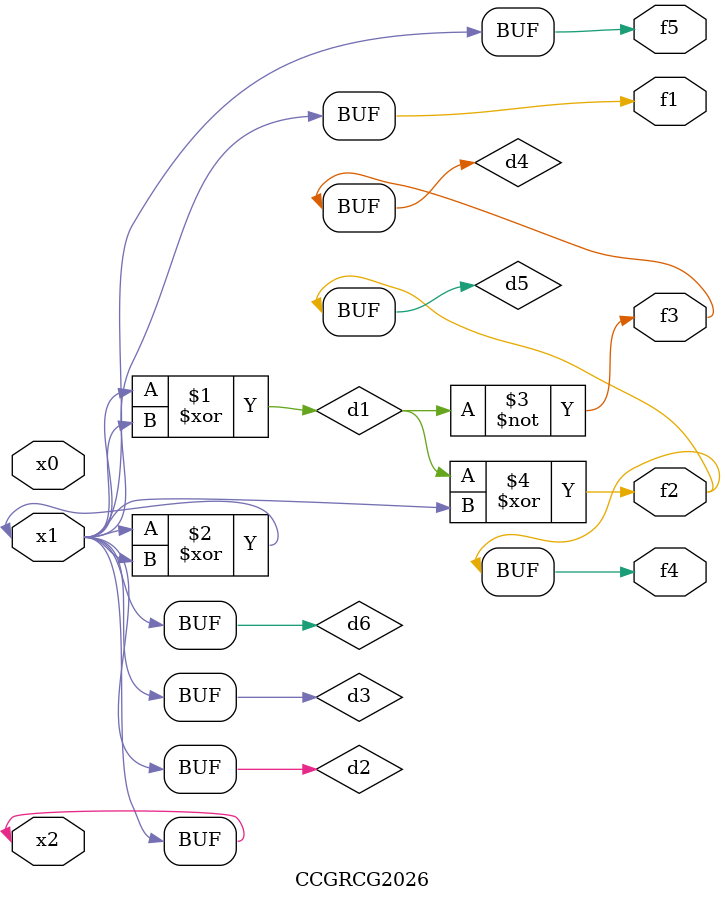
<source format=v>
module CCGRCG2026(
	input x0, x1, x2,
	output f1, f2, f3, f4, f5
);

	wire d1, d2, d3, d4, d5, d6;

	xor (d1, x1, x2);
	buf (d2, x1, x2);
	xor (d3, x1, x2);
	nor (d4, d1);
	xor (d5, d1, d2);
	buf (d6, d2, d3);
	assign f1 = d6;
	assign f2 = d5;
	assign f3 = d4;
	assign f4 = d5;
	assign f5 = d6;
endmodule

</source>
